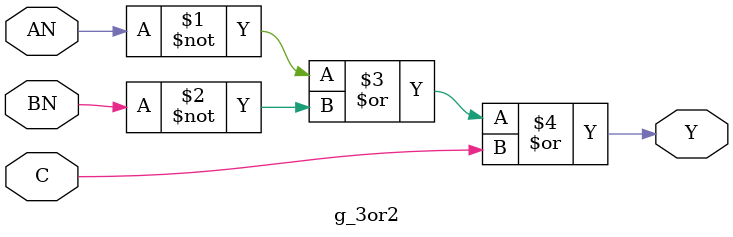
<source format=v>
module g_3or2 (Y, AN, BN, C);

   input AN, BN, C;
   output Y;

   or (Y, ~AN, ~BN, C);

endmodule // g_3or2

</source>
